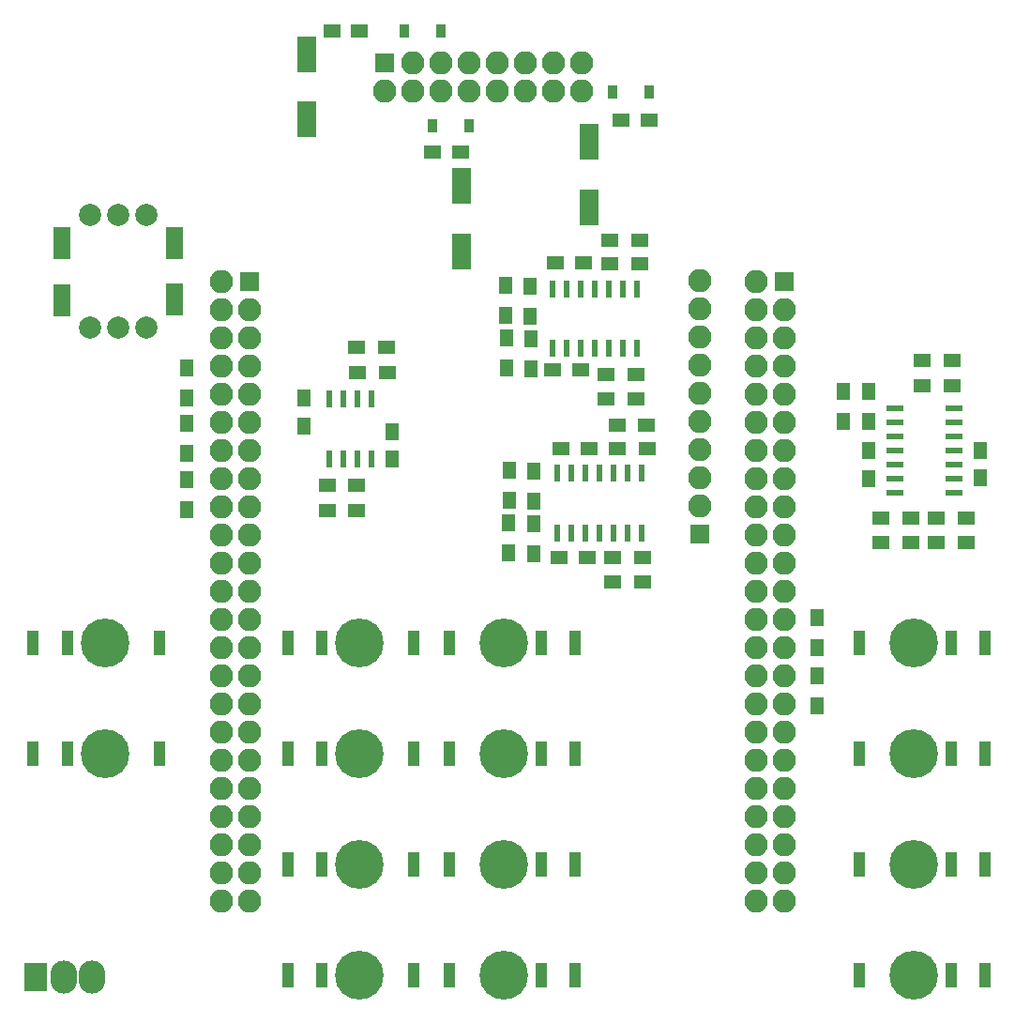
<source format=gbr>
G04 #@! TF.GenerationSoftware,KiCad,Pcbnew,(5.0.0-rc2-dev-787-g2d812c2)*
G04 #@! TF.CreationDate,2018-05-25T09:12:23+09:00*
G04 #@! TF.ProjectId,BLOCKSmodular-hardware,424C4F434B536D6F64756C61722D6861,rev?*
G04 #@! TF.SameCoordinates,Original*
G04 #@! TF.FileFunction,Soldermask,Top*
G04 #@! TF.FilePolarity,Negative*
%FSLAX46Y46*%
G04 Gerber Fmt 4.6, Leading zero omitted, Abs format (unit mm)*
G04 Created by KiCad (PCBNEW (5.0.0-rc2-dev-787-g2d812c2)) date *
%MOMM*%
%LPD*%
G01*
G04 APERTURE LIST*
%ADD10R,1.500000X3.000000*%
%ADD11C,2.000000*%
%ADD12R,1.500000X1.300000*%
%ADD13R,0.900000X1.200000*%
%ADD14R,1.500000X1.250000*%
%ADD15R,1.300000X1.500000*%
%ADD16R,1.250000X1.500000*%
%ADD17R,1.100000X2.300000*%
%ADD18C,4.400000*%
%ADD19R,1.700000X1.700000*%
%ADD20O,2.100000X2.100000*%
%ADD21R,0.600000X1.500000*%
%ADD22R,1.500000X0.600000*%
%ADD23R,2.000000X2.600000*%
%ADD24O,2.400000X3.000000*%
%ADD25R,0.600000X1.550000*%
%ADD26R,1.778000X3.302000*%
G04 APERTURE END LIST*
D10*
G04 #@! TO.C,SW1*
X67130000Y-47930000D03*
X67130000Y-53120000D03*
X77290000Y-53010000D03*
X77290000Y-47930000D03*
D11*
X74750000Y-45390000D03*
X72210000Y-45390000D03*
X69670000Y-45390000D03*
X69670000Y-55550000D03*
X74750000Y-55550000D03*
X72210000Y-55550000D03*
G04 #@! TD*
D12*
G04 #@! TO.C,R18*
X96490000Y-59620000D03*
X93790000Y-59620000D03*
G04 #@! TD*
D13*
G04 #@! TO.C,D3*
X116820000Y-34330000D03*
X120120000Y-34330000D03*
G04 #@! TD*
D14*
G04 #@! TO.C,C1*
X112050000Y-76360000D03*
X114550000Y-76360000D03*
G04 #@! TD*
G04 #@! TO.C,C2*
X112190000Y-66480000D03*
X114690000Y-66480000D03*
G04 #@! TD*
G04 #@! TO.C,C3*
X111450000Y-59430000D03*
X113950000Y-59430000D03*
G04 #@! TD*
G04 #@! TO.C,C4*
X111710000Y-49720000D03*
X114210000Y-49720000D03*
G04 #@! TD*
D13*
G04 #@! TO.C,D1*
X98090000Y-28850000D03*
X101390000Y-28850000D03*
G04 #@! TD*
G04 #@! TO.C,D2*
X100630000Y-37410000D03*
X103930000Y-37410000D03*
G04 #@! TD*
D15*
G04 #@! TO.C,R1*
X107470000Y-73200000D03*
X107470000Y-75900000D03*
G04 #@! TD*
G04 #@! TO.C,R2*
X109770000Y-75950000D03*
X109770000Y-73250000D03*
G04 #@! TD*
D12*
G04 #@! TO.C,R3*
X116850000Y-78530000D03*
X119550000Y-78530000D03*
G04 #@! TD*
G04 #@! TO.C,R4*
X119570000Y-76330000D03*
X116870000Y-76330000D03*
G04 #@! TD*
G04 #@! TO.C,R5*
X117230000Y-64360000D03*
X119930000Y-64360000D03*
G04 #@! TD*
G04 #@! TO.C,R6*
X119950000Y-66510000D03*
X117250000Y-66510000D03*
G04 #@! TD*
D15*
G04 #@! TO.C,R7*
X107500000Y-71180000D03*
X107500000Y-68480000D03*
G04 #@! TD*
G04 #@! TO.C,R8*
X109740000Y-68500000D03*
X109740000Y-71200000D03*
G04 #@! TD*
G04 #@! TO.C,R9*
X107240000Y-56540000D03*
X107240000Y-59240000D03*
G04 #@! TD*
G04 #@! TO.C,R10*
X109470000Y-59310000D03*
X109470000Y-56610000D03*
G04 #@! TD*
D12*
G04 #@! TO.C,R11*
X116230000Y-62010000D03*
X118930000Y-62010000D03*
G04 #@! TD*
G04 #@! TO.C,R12*
X118930000Y-59810000D03*
X116230000Y-59810000D03*
G04 #@! TD*
G04 #@! TO.C,R13*
X116560000Y-47670000D03*
X119260000Y-47670000D03*
G04 #@! TD*
G04 #@! TO.C,R14*
X119260000Y-49830000D03*
X116560000Y-49830000D03*
G04 #@! TD*
D15*
G04 #@! TO.C,R15*
X107210000Y-54500000D03*
X107210000Y-51800000D03*
G04 #@! TD*
G04 #@! TO.C,R16*
X109420000Y-51860000D03*
X109420000Y-54560000D03*
G04 #@! TD*
D12*
G04 #@! TO.C,R17*
X93760000Y-57350000D03*
X96460000Y-57350000D03*
G04 #@! TD*
G04 #@! TO.C,R20*
X93770000Y-69830000D03*
X91070000Y-69830000D03*
G04 #@! TD*
G04 #@! TO.C,R19*
X91070000Y-72070000D03*
X93770000Y-72070000D03*
G04 #@! TD*
D16*
G04 #@! TO.C,C5*
X96940000Y-64940000D03*
X96940000Y-67440000D03*
G04 #@! TD*
G04 #@! TO.C,C6*
X89020000Y-64470000D03*
X89020000Y-61970000D03*
G04 #@! TD*
D14*
G04 #@! TO.C,C9*
X94020000Y-28830000D03*
X91520000Y-28830000D03*
G04 #@! TD*
G04 #@! TO.C,C11*
X100620000Y-39750000D03*
X103120000Y-39750000D03*
G04 #@! TD*
G04 #@! TO.C,C13*
X120120000Y-36850000D03*
X117620000Y-36850000D03*
G04 #@! TD*
D17*
G04 #@! TO.C,J1*
X98920000Y-114000000D03*
X90620000Y-114000000D03*
X87520000Y-114000000D03*
D18*
X94000000Y-114000000D03*
G04 #@! TD*
D17*
G04 #@! TO.C,J2*
X102080000Y-114000000D03*
X110380000Y-114000000D03*
X113480000Y-114000000D03*
D18*
X107000000Y-114000000D03*
G04 #@! TD*
D17*
G04 #@! TO.C,J3*
X98920000Y-104000000D03*
X90620000Y-104000000D03*
X87520000Y-104000000D03*
D18*
X94000000Y-104000000D03*
G04 #@! TD*
D17*
G04 #@! TO.C,J5*
X102080000Y-104000000D03*
X110380000Y-104000000D03*
X113480000Y-104000000D03*
D18*
X107000000Y-104000000D03*
G04 #@! TD*
D17*
G04 #@! TO.C,J6*
X98920000Y-94000000D03*
X90620000Y-94000000D03*
X87520000Y-94000000D03*
D18*
X94000000Y-94000000D03*
G04 #@! TD*
D17*
G04 #@! TO.C,J7*
X102080000Y-94000000D03*
X110380000Y-94000000D03*
X113480000Y-94000000D03*
D18*
X107000000Y-94000000D03*
G04 #@! TD*
D17*
G04 #@! TO.C,J8*
X98920000Y-84000000D03*
X90620000Y-84000000D03*
X87520000Y-84000000D03*
D18*
X94000000Y-84000000D03*
G04 #@! TD*
D17*
G04 #@! TO.C,J9*
X102080000Y-84000000D03*
X110380000Y-84000000D03*
X113480000Y-84000000D03*
D18*
X107000000Y-84000000D03*
G04 #@! TD*
D17*
G04 #@! TO.C,J11*
X75920000Y-94000000D03*
X67620000Y-94000000D03*
X64520000Y-94000000D03*
D18*
X71000000Y-94000000D03*
G04 #@! TD*
D17*
G04 #@! TO.C,J14*
X139080000Y-104000000D03*
X147380000Y-104000000D03*
X150480000Y-104000000D03*
D18*
X144000000Y-104000000D03*
G04 #@! TD*
D15*
G04 #@! TO.C,R21*
X137670000Y-64020000D03*
X137670000Y-61320000D03*
G04 #@! TD*
G04 #@! TO.C,R22*
X139960000Y-61370000D03*
X139960000Y-64070000D03*
G04 #@! TD*
G04 #@! TO.C,R24*
X135320000Y-84430000D03*
X135320000Y-81730000D03*
G04 #@! TD*
D16*
G04 #@! TO.C,C7*
X139960000Y-69210000D03*
X139960000Y-66710000D03*
G04 #@! TD*
G04 #@! TO.C,C8*
X150050000Y-69130000D03*
X150050000Y-66630000D03*
G04 #@! TD*
D19*
G04 #@! TO.C,J4*
X124730000Y-74230000D03*
D20*
X124730000Y-71690000D03*
X124730000Y-69150000D03*
X124730000Y-66610000D03*
X124730000Y-64070000D03*
X124730000Y-61530000D03*
X124730000Y-58990000D03*
X124730000Y-56450000D03*
X124730000Y-53910000D03*
X124730000Y-51370000D03*
G04 #@! TD*
D17*
G04 #@! TO.C,J19*
X139080000Y-84000000D03*
X147380000Y-84000000D03*
X150480000Y-84000000D03*
D18*
X144000000Y-84000000D03*
G04 #@! TD*
D15*
G04 #@! TO.C,R23*
X78370000Y-59240000D03*
X78370000Y-61940000D03*
G04 #@! TD*
G04 #@! TO.C,R27*
X135320000Y-89690000D03*
X135320000Y-86990000D03*
G04 #@! TD*
D12*
G04 #@! TO.C,R28*
X143760000Y-74930000D03*
X141060000Y-74930000D03*
G04 #@! TD*
D15*
G04 #@! TO.C,R25*
X78390000Y-64220000D03*
X78390000Y-66920000D03*
G04 #@! TD*
G04 #@! TO.C,R26*
X78440000Y-72000000D03*
X78440000Y-69300000D03*
G04 #@! TD*
D12*
G04 #@! TO.C,R29*
X141070000Y-72770000D03*
X143770000Y-72770000D03*
G04 #@! TD*
G04 #@! TO.C,R30*
X146070000Y-74950000D03*
X148770000Y-74950000D03*
G04 #@! TD*
G04 #@! TO.C,R31*
X148750000Y-72790000D03*
X146050000Y-72790000D03*
G04 #@! TD*
G04 #@! TO.C,R32*
X144800000Y-58540000D03*
X147500000Y-58540000D03*
G04 #@! TD*
G04 #@! TO.C,R33*
X147510000Y-60790000D03*
X144810000Y-60790000D03*
G04 #@! TD*
D17*
G04 #@! TO.C,J12*
X75920000Y-84000000D03*
X67620000Y-84000000D03*
X64520000Y-84000000D03*
D18*
X71000000Y-84000000D03*
G04 #@! TD*
D17*
G04 #@! TO.C,J13*
X139080000Y-114000000D03*
X147380000Y-114000000D03*
X150480000Y-114000000D03*
D18*
X144000000Y-114000000D03*
G04 #@! TD*
D19*
G04 #@! TO.C,J17*
X96310000Y-31740000D03*
D20*
X96310000Y-34280000D03*
X98850000Y-31740000D03*
X98850000Y-34280000D03*
X101390000Y-31740000D03*
X101390000Y-34280000D03*
X103930000Y-31740000D03*
X103930000Y-34280000D03*
X106470000Y-31740000D03*
X106470000Y-34280000D03*
X109010000Y-31740000D03*
X109010000Y-34280000D03*
X111550000Y-31740000D03*
X111550000Y-34280000D03*
X114090000Y-31740000D03*
X114090000Y-34280000D03*
G04 #@! TD*
D19*
G04 #@! TO.C,J15*
X84060000Y-51390000D03*
D20*
X81520000Y-51390000D03*
X84060000Y-53930000D03*
X81520000Y-53930000D03*
X84060000Y-56470000D03*
X81520000Y-56470000D03*
X84060000Y-59010000D03*
X81520000Y-59010000D03*
X84060000Y-61550000D03*
X81520000Y-61550000D03*
X84060000Y-64090000D03*
X81520000Y-64090000D03*
X84060000Y-66630000D03*
X81520000Y-66630000D03*
X84060000Y-69170000D03*
X81520000Y-69170000D03*
X84060000Y-71710000D03*
X81520000Y-71710000D03*
X84060000Y-74250000D03*
X81520000Y-74250000D03*
X84060000Y-76790000D03*
X81520000Y-76790000D03*
X84060000Y-79330000D03*
X81520000Y-79330000D03*
X84060000Y-81870000D03*
X81520000Y-81870000D03*
X84060000Y-84410000D03*
X81520000Y-84410000D03*
X84060000Y-86950000D03*
X81520000Y-86950000D03*
X84060000Y-89490000D03*
X81520000Y-89490000D03*
X84060000Y-92030000D03*
X81520000Y-92030000D03*
X84060000Y-94570000D03*
X81520000Y-94570000D03*
X84060000Y-97110000D03*
X81520000Y-97110000D03*
X84060000Y-99650000D03*
X81520000Y-99650000D03*
X84060000Y-102190000D03*
X81520000Y-102190000D03*
X84060000Y-104730000D03*
X81520000Y-104730000D03*
X84060000Y-107270000D03*
X81520000Y-107270000D03*
G04 #@! TD*
D19*
G04 #@! TO.C,J16*
X132330000Y-51410000D03*
D20*
X129790000Y-51410000D03*
X132330000Y-53950000D03*
X129790000Y-53950000D03*
X132330000Y-56490000D03*
X129790000Y-56490000D03*
X132330000Y-59030000D03*
X129790000Y-59030000D03*
X132330000Y-61570000D03*
X129790000Y-61570000D03*
X132330000Y-64110000D03*
X129790000Y-64110000D03*
X132330000Y-66650000D03*
X129790000Y-66650000D03*
X132330000Y-69190000D03*
X129790000Y-69190000D03*
X132330000Y-71730000D03*
X129790000Y-71730000D03*
X132330000Y-74270000D03*
X129790000Y-74270000D03*
X132330000Y-76810000D03*
X129790000Y-76810000D03*
X132330000Y-79350000D03*
X129790000Y-79350000D03*
X132330000Y-81890000D03*
X129790000Y-81890000D03*
X132330000Y-84430000D03*
X129790000Y-84430000D03*
X132330000Y-86970000D03*
X129790000Y-86970000D03*
X132330000Y-89510000D03*
X129790000Y-89510000D03*
X132330000Y-92050000D03*
X129790000Y-92050000D03*
X132330000Y-94590000D03*
X129790000Y-94590000D03*
X132330000Y-97130000D03*
X129790000Y-97130000D03*
X132330000Y-99670000D03*
X129790000Y-99670000D03*
X132330000Y-102210000D03*
X129790000Y-102210000D03*
X132330000Y-104750000D03*
X129790000Y-104750000D03*
X132330000Y-107290000D03*
X129790000Y-107290000D03*
G04 #@! TD*
D17*
G04 #@! TO.C,J18*
X139080000Y-94000000D03*
X147380000Y-94000000D03*
X150480000Y-94000000D03*
D18*
X144000000Y-94000000D03*
G04 #@! TD*
D21*
G04 #@! TO.C,U1*
X111870000Y-74120000D03*
X113140000Y-74120000D03*
X114410000Y-74120000D03*
X115680000Y-74120000D03*
X116950000Y-74120000D03*
X118220000Y-74120000D03*
X119490000Y-74120000D03*
X119490000Y-68720000D03*
X118220000Y-68720000D03*
X116950000Y-68720000D03*
X115680000Y-68720000D03*
X114410000Y-68720000D03*
X113140000Y-68720000D03*
X111870000Y-68720000D03*
G04 #@! TD*
G04 #@! TO.C,U2*
X111400000Y-57480000D03*
X112670000Y-57480000D03*
X113940000Y-57480000D03*
X115210000Y-57480000D03*
X116480000Y-57480000D03*
X117750000Y-57480000D03*
X119020000Y-57480000D03*
X119020000Y-52080000D03*
X117750000Y-52080000D03*
X116480000Y-52080000D03*
X115210000Y-52080000D03*
X113940000Y-52080000D03*
X112670000Y-52080000D03*
X111400000Y-52080000D03*
G04 #@! TD*
D22*
G04 #@! TO.C,U4*
X142300000Y-62890000D03*
X142300000Y-64160000D03*
X142300000Y-65430000D03*
X142300000Y-66700000D03*
X142300000Y-67970000D03*
X142300000Y-69240000D03*
X142300000Y-70510000D03*
X147700000Y-70510000D03*
X147700000Y-69240000D03*
X147700000Y-67970000D03*
X147700000Y-66700000D03*
X147700000Y-65430000D03*
X147700000Y-64160000D03*
X147700000Y-62890000D03*
G04 #@! TD*
D23*
G04 #@! TO.C,J10*
X64740000Y-114170000D03*
D24*
X67280000Y-114170000D03*
X69820000Y-114170000D03*
G04 #@! TD*
D25*
G04 #@! TO.C,U3*
X95055000Y-62030000D03*
X93785000Y-62030000D03*
X92515000Y-62030000D03*
X91245000Y-62030000D03*
X91245000Y-67430000D03*
X92515000Y-67430000D03*
X93785000Y-67430000D03*
X95055000Y-67430000D03*
G04 #@! TD*
D26*
G04 #@! TO.C,C10*
X89230000Y-36819100D03*
X89230000Y-30900900D03*
G04 #@! TD*
G04 #@! TO.C,C12*
X103180000Y-48679100D03*
X103180000Y-42760900D03*
G04 #@! TD*
G04 #@! TO.C,C14*
X114730000Y-38820900D03*
X114730000Y-44739100D03*
G04 #@! TD*
M02*

</source>
